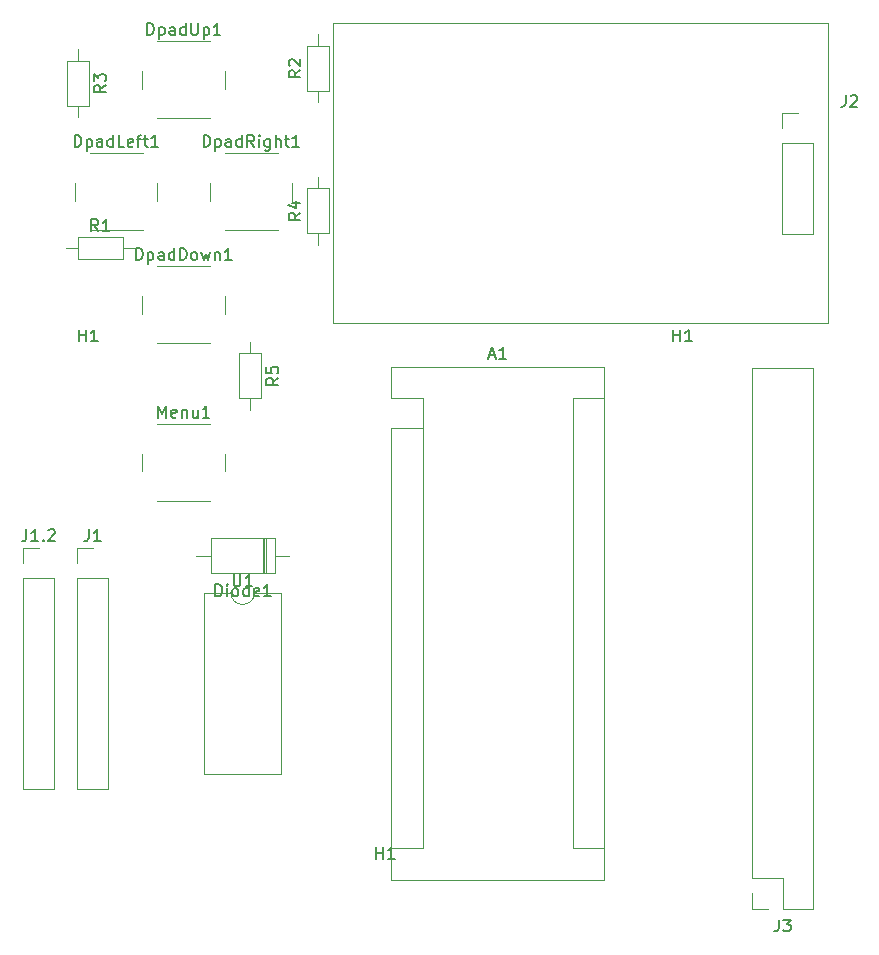
<source format=gbr>
G04 #@! TF.GenerationSoftware,KiCad,Pcbnew,(5.1.5)-3*
G04 #@! TF.CreationDate,2020-04-28T03:57:39+03:00*
G04 #@! TF.ProjectId,arduino-fanatec-pcb,61726475-696e-46f2-9d66-616e61746563,rev?*
G04 #@! TF.SameCoordinates,Original*
G04 #@! TF.FileFunction,Legend,Top*
G04 #@! TF.FilePolarity,Positive*
%FSLAX46Y46*%
G04 Gerber Fmt 4.6, Leading zero omitted, Abs format (unit mm)*
G04 Created by KiCad (PCBNEW (5.1.5)-3) date 2020-04-28 03:57:39*
%MOMM*%
%LPD*%
G04 APERTURE LIST*
%ADD10C,0.120000*%
%ADD11C,0.150000*%
G04 APERTURE END LIST*
D10*
X80010000Y-62230000D02*
X121920000Y-62230000D01*
X80010000Y-36830000D02*
X80010000Y-62230000D01*
X121920000Y-36830000D02*
X80010000Y-36830000D01*
X121920000Y-62230000D02*
X121920000Y-36830000D01*
X103000000Y-65910000D02*
X84960000Y-65910000D01*
X103000000Y-109350000D02*
X103000000Y-65910000D01*
X84960000Y-109350000D02*
X103000000Y-109350000D01*
X87630000Y-106680000D02*
X84960000Y-106680000D01*
X87630000Y-71120000D02*
X87630000Y-106680000D01*
X87630000Y-71120000D02*
X84960000Y-71120000D01*
X100330000Y-106680000D02*
X103000000Y-106680000D01*
X100330000Y-68580000D02*
X100330000Y-106680000D01*
X100330000Y-68580000D02*
X103000000Y-68580000D01*
X84960000Y-65910000D02*
X84960000Y-68580000D01*
X84960000Y-71120000D02*
X84960000Y-109350000D01*
X87630000Y-68580000D02*
X84960000Y-68580000D01*
X87630000Y-71120000D02*
X87630000Y-68580000D01*
X120710000Y-111820000D02*
X118110000Y-111820000D01*
X120710000Y-111820000D02*
X120710000Y-65980000D01*
X120710000Y-65980000D02*
X115510000Y-65980000D01*
X115510000Y-109220000D02*
X115510000Y-65980000D01*
X118110000Y-109220000D02*
X115510000Y-109220000D01*
X118110000Y-111820000D02*
X118110000Y-109220000D01*
X115510000Y-111820000D02*
X115510000Y-110490000D01*
X116840000Y-111820000D02*
X115510000Y-111820000D01*
X75625000Y-85030000D02*
X73390000Y-85030000D01*
X75625000Y-100390000D02*
X75625000Y-85030000D01*
X69155000Y-100390000D02*
X75625000Y-100390000D01*
X69155000Y-85030000D02*
X69155000Y-100390000D01*
X71390000Y-85030000D02*
X69155000Y-85030000D01*
X73390000Y-85030000D02*
G75*
G02X71390000Y-85030000I-1000000J0D01*
G01*
X53788000Y-81220000D02*
X55118000Y-81220000D01*
X53788000Y-82550000D02*
X53788000Y-81220000D01*
X53788000Y-83820000D02*
X56448000Y-83820000D01*
X56448000Y-83820000D02*
X56448000Y-101660000D01*
X53788000Y-83820000D02*
X53788000Y-101660000D01*
X53788000Y-101660000D02*
X56448000Y-101660000D01*
X58405000Y-54960000D02*
X58405000Y-56800000D01*
X58405000Y-56800000D02*
X62245000Y-56800000D01*
X62245000Y-56800000D02*
X62245000Y-54960000D01*
X62245000Y-54960000D02*
X58405000Y-54960000D01*
X57455000Y-55880000D02*
X58405000Y-55880000D01*
X63195000Y-55880000D02*
X62245000Y-55880000D01*
X73025000Y-69545000D02*
X73025000Y-68595000D01*
X73025000Y-63805000D02*
X73025000Y-64755000D01*
X73945000Y-68595000D02*
X73945000Y-64755000D01*
X72105000Y-68595000D02*
X73945000Y-68595000D01*
X72105000Y-64755000D02*
X72105000Y-68595000D01*
X73945000Y-64755000D02*
X72105000Y-64755000D01*
X78740000Y-49835000D02*
X78740000Y-50785000D01*
X78740000Y-55575000D02*
X78740000Y-54625000D01*
X77820000Y-50785000D02*
X77820000Y-54625000D01*
X79660000Y-50785000D02*
X77820000Y-50785000D01*
X79660000Y-54625000D02*
X79660000Y-50785000D01*
X77820000Y-54625000D02*
X79660000Y-54625000D01*
X58420000Y-44780000D02*
X58420000Y-43830000D01*
X58420000Y-39040000D02*
X58420000Y-39990000D01*
X59340000Y-43830000D02*
X59340000Y-39990000D01*
X57500000Y-43830000D02*
X59340000Y-43830000D01*
X57500000Y-39990000D02*
X57500000Y-43830000D01*
X59340000Y-39990000D02*
X57500000Y-39990000D01*
X78740000Y-37770000D02*
X78740000Y-38720000D01*
X78740000Y-43510000D02*
X78740000Y-42560000D01*
X77820000Y-38720000D02*
X77820000Y-42560000D01*
X79660000Y-38720000D02*
X77820000Y-38720000D01*
X79660000Y-42560000D02*
X79660000Y-38720000D01*
X77820000Y-42560000D02*
X79660000Y-42560000D01*
X70885000Y-74755000D02*
X70885000Y-73255000D01*
X69635000Y-70755000D02*
X65135000Y-70755000D01*
X63885000Y-73255000D02*
X63885000Y-74755000D01*
X65135000Y-77255000D02*
X69635000Y-77255000D01*
X70885000Y-61420000D02*
X70885000Y-59920000D01*
X69635000Y-57420000D02*
X65135000Y-57420000D01*
X63885000Y-59920000D02*
X63885000Y-61420000D01*
X65135000Y-63920000D02*
X69635000Y-63920000D01*
X76600000Y-51840000D02*
X76600000Y-50340000D01*
X75350000Y-47840000D02*
X70850000Y-47840000D01*
X69600000Y-50340000D02*
X69600000Y-51840000D01*
X70850000Y-54340000D02*
X75350000Y-54340000D01*
X65170000Y-51840000D02*
X65170000Y-50340000D01*
X63920000Y-47840000D02*
X59420000Y-47840000D01*
X58170000Y-50340000D02*
X58170000Y-51840000D01*
X59420000Y-54340000D02*
X63920000Y-54340000D01*
X70885000Y-42370000D02*
X70885000Y-40870000D01*
X69635000Y-38370000D02*
X65135000Y-38370000D01*
X63885000Y-40870000D02*
X63885000Y-42370000D01*
X65135000Y-44870000D02*
X69635000Y-44870000D01*
X118050000Y-44390000D02*
X119380000Y-44390000D01*
X118050000Y-45720000D02*
X118050000Y-44390000D01*
X118050000Y-46990000D02*
X120710000Y-46990000D01*
X120710000Y-46990000D02*
X120710000Y-54670000D01*
X118050000Y-46990000D02*
X118050000Y-54670000D01*
X118050000Y-54670000D02*
X120710000Y-54670000D01*
X74330000Y-83385000D02*
X74330000Y-80445000D01*
X74090000Y-83385000D02*
X74090000Y-80445000D01*
X74210000Y-83385000D02*
X74210000Y-80445000D01*
X68450000Y-81915000D02*
X69670000Y-81915000D01*
X76330000Y-81915000D02*
X75110000Y-81915000D01*
X69670000Y-83385000D02*
X75110000Y-83385000D01*
X69670000Y-80445000D02*
X69670000Y-83385000D01*
X75110000Y-80445000D02*
X69670000Y-80445000D01*
X75110000Y-83385000D02*
X75110000Y-80445000D01*
X58360000Y-81220000D02*
X59690000Y-81220000D01*
X58360000Y-82550000D02*
X58360000Y-81220000D01*
X58360000Y-83820000D02*
X61020000Y-83820000D01*
X61020000Y-83820000D02*
X61020000Y-101660000D01*
X58360000Y-83820000D02*
X58360000Y-101660000D01*
X58360000Y-101660000D02*
X61020000Y-101660000D01*
D11*
X93265714Y-64936666D02*
X93741904Y-64936666D01*
X93170476Y-65222380D02*
X93503809Y-64222380D01*
X93837142Y-65222380D01*
X94694285Y-65222380D02*
X94122857Y-65222380D01*
X94408571Y-65222380D02*
X94408571Y-64222380D01*
X94313333Y-64365238D01*
X94218095Y-64460476D01*
X94122857Y-64508095D01*
X117776666Y-112712380D02*
X117776666Y-113426666D01*
X117729047Y-113569523D01*
X117633809Y-113664761D01*
X117490952Y-113712380D01*
X117395714Y-113712380D01*
X118157619Y-112712380D02*
X118776666Y-112712380D01*
X118443333Y-113093333D01*
X118586190Y-113093333D01*
X118681428Y-113140952D01*
X118729047Y-113188571D01*
X118776666Y-113283809D01*
X118776666Y-113521904D01*
X118729047Y-113617142D01*
X118681428Y-113664761D01*
X118586190Y-113712380D01*
X118300476Y-113712380D01*
X118205238Y-113664761D01*
X118157619Y-113617142D01*
X71628095Y-83482380D02*
X71628095Y-84291904D01*
X71675714Y-84387142D01*
X71723333Y-84434761D01*
X71818571Y-84482380D01*
X72009047Y-84482380D01*
X72104285Y-84434761D01*
X72151904Y-84387142D01*
X72199523Y-84291904D01*
X72199523Y-83482380D01*
X73199523Y-84482380D02*
X72628095Y-84482380D01*
X72913809Y-84482380D02*
X72913809Y-83482380D01*
X72818571Y-83625238D01*
X72723333Y-83720476D01*
X72628095Y-83768095D01*
X54070380Y-79672380D02*
X54070380Y-80386666D01*
X54022761Y-80529523D01*
X53927523Y-80624761D01*
X53784666Y-80672380D01*
X53689428Y-80672380D01*
X55070380Y-80672380D02*
X54498952Y-80672380D01*
X54784666Y-80672380D02*
X54784666Y-79672380D01*
X54689428Y-79815238D01*
X54594190Y-79910476D01*
X54498952Y-79958095D01*
X55498952Y-80577142D02*
X55546571Y-80624761D01*
X55498952Y-80672380D01*
X55451333Y-80624761D01*
X55498952Y-80577142D01*
X55498952Y-80672380D01*
X55927523Y-79767619D02*
X55975142Y-79720000D01*
X56070380Y-79672380D01*
X56308476Y-79672380D01*
X56403714Y-79720000D01*
X56451333Y-79767619D01*
X56498952Y-79862857D01*
X56498952Y-79958095D01*
X56451333Y-80100952D01*
X55879904Y-80672380D01*
X56498952Y-80672380D01*
X83693095Y-107577380D02*
X83693095Y-106577380D01*
X83693095Y-107053571D02*
X84264523Y-107053571D01*
X84264523Y-107577380D02*
X84264523Y-106577380D01*
X85264523Y-107577380D02*
X84693095Y-107577380D01*
X84978809Y-107577380D02*
X84978809Y-106577380D01*
X84883571Y-106720238D01*
X84788333Y-106815476D01*
X84693095Y-106863095D01*
X60158333Y-54412380D02*
X59825000Y-53936190D01*
X59586904Y-54412380D02*
X59586904Y-53412380D01*
X59967857Y-53412380D01*
X60063095Y-53460000D01*
X60110714Y-53507619D01*
X60158333Y-53602857D01*
X60158333Y-53745714D01*
X60110714Y-53840952D01*
X60063095Y-53888571D01*
X59967857Y-53936190D01*
X59586904Y-53936190D01*
X61110714Y-54412380D02*
X60539285Y-54412380D01*
X60825000Y-54412380D02*
X60825000Y-53412380D01*
X60729761Y-53555238D01*
X60634523Y-53650476D01*
X60539285Y-53698095D01*
X75397380Y-66841666D02*
X74921190Y-67175000D01*
X75397380Y-67413095D02*
X74397380Y-67413095D01*
X74397380Y-67032142D01*
X74445000Y-66936904D01*
X74492619Y-66889285D01*
X74587857Y-66841666D01*
X74730714Y-66841666D01*
X74825952Y-66889285D01*
X74873571Y-66936904D01*
X74921190Y-67032142D01*
X74921190Y-67413095D01*
X74397380Y-65936904D02*
X74397380Y-66413095D01*
X74873571Y-66460714D01*
X74825952Y-66413095D01*
X74778333Y-66317857D01*
X74778333Y-66079761D01*
X74825952Y-65984523D01*
X74873571Y-65936904D01*
X74968809Y-65889285D01*
X75206904Y-65889285D01*
X75302142Y-65936904D01*
X75349761Y-65984523D01*
X75397380Y-66079761D01*
X75397380Y-66317857D01*
X75349761Y-66413095D01*
X75302142Y-66460714D01*
X77272380Y-52871666D02*
X76796190Y-53205000D01*
X77272380Y-53443095D02*
X76272380Y-53443095D01*
X76272380Y-53062142D01*
X76320000Y-52966904D01*
X76367619Y-52919285D01*
X76462857Y-52871666D01*
X76605714Y-52871666D01*
X76700952Y-52919285D01*
X76748571Y-52966904D01*
X76796190Y-53062142D01*
X76796190Y-53443095D01*
X76605714Y-52014523D02*
X77272380Y-52014523D01*
X76224761Y-52252619D02*
X76939047Y-52490714D01*
X76939047Y-51871666D01*
X60792380Y-42076666D02*
X60316190Y-42410000D01*
X60792380Y-42648095D02*
X59792380Y-42648095D01*
X59792380Y-42267142D01*
X59840000Y-42171904D01*
X59887619Y-42124285D01*
X59982857Y-42076666D01*
X60125714Y-42076666D01*
X60220952Y-42124285D01*
X60268571Y-42171904D01*
X60316190Y-42267142D01*
X60316190Y-42648095D01*
X59792380Y-41743333D02*
X59792380Y-41124285D01*
X60173333Y-41457619D01*
X60173333Y-41314761D01*
X60220952Y-41219523D01*
X60268571Y-41171904D01*
X60363809Y-41124285D01*
X60601904Y-41124285D01*
X60697142Y-41171904D01*
X60744761Y-41219523D01*
X60792380Y-41314761D01*
X60792380Y-41600476D01*
X60744761Y-41695714D01*
X60697142Y-41743333D01*
X77272380Y-40806666D02*
X76796190Y-41140000D01*
X77272380Y-41378095D02*
X76272380Y-41378095D01*
X76272380Y-40997142D01*
X76320000Y-40901904D01*
X76367619Y-40854285D01*
X76462857Y-40806666D01*
X76605714Y-40806666D01*
X76700952Y-40854285D01*
X76748571Y-40901904D01*
X76796190Y-40997142D01*
X76796190Y-41378095D01*
X76367619Y-40425714D02*
X76320000Y-40378095D01*
X76272380Y-40282857D01*
X76272380Y-40044761D01*
X76320000Y-39949523D01*
X76367619Y-39901904D01*
X76462857Y-39854285D01*
X76558095Y-39854285D01*
X76700952Y-39901904D01*
X77272380Y-40473333D01*
X77272380Y-39854285D01*
X65242142Y-70207380D02*
X65242142Y-69207380D01*
X65575476Y-69921666D01*
X65908809Y-69207380D01*
X65908809Y-70207380D01*
X66765952Y-70159761D02*
X66670714Y-70207380D01*
X66480238Y-70207380D01*
X66385000Y-70159761D01*
X66337380Y-70064523D01*
X66337380Y-69683571D01*
X66385000Y-69588333D01*
X66480238Y-69540714D01*
X66670714Y-69540714D01*
X66765952Y-69588333D01*
X66813571Y-69683571D01*
X66813571Y-69778809D01*
X66337380Y-69874047D01*
X67242142Y-69540714D02*
X67242142Y-70207380D01*
X67242142Y-69635952D02*
X67289761Y-69588333D01*
X67385000Y-69540714D01*
X67527857Y-69540714D01*
X67623095Y-69588333D01*
X67670714Y-69683571D01*
X67670714Y-70207380D01*
X68575476Y-69540714D02*
X68575476Y-70207380D01*
X68146904Y-69540714D02*
X68146904Y-70064523D01*
X68194523Y-70159761D01*
X68289761Y-70207380D01*
X68432619Y-70207380D01*
X68527857Y-70159761D01*
X68575476Y-70112142D01*
X69575476Y-70207380D02*
X69004047Y-70207380D01*
X69289761Y-70207380D02*
X69289761Y-69207380D01*
X69194523Y-69350238D01*
X69099285Y-69445476D01*
X69004047Y-69493095D01*
X63361190Y-56872380D02*
X63361190Y-55872380D01*
X63599285Y-55872380D01*
X63742142Y-55920000D01*
X63837380Y-56015238D01*
X63885000Y-56110476D01*
X63932619Y-56300952D01*
X63932619Y-56443809D01*
X63885000Y-56634285D01*
X63837380Y-56729523D01*
X63742142Y-56824761D01*
X63599285Y-56872380D01*
X63361190Y-56872380D01*
X64361190Y-56205714D02*
X64361190Y-57205714D01*
X64361190Y-56253333D02*
X64456428Y-56205714D01*
X64646904Y-56205714D01*
X64742142Y-56253333D01*
X64789761Y-56300952D01*
X64837380Y-56396190D01*
X64837380Y-56681904D01*
X64789761Y-56777142D01*
X64742142Y-56824761D01*
X64646904Y-56872380D01*
X64456428Y-56872380D01*
X64361190Y-56824761D01*
X65694523Y-56872380D02*
X65694523Y-56348571D01*
X65646904Y-56253333D01*
X65551666Y-56205714D01*
X65361190Y-56205714D01*
X65265952Y-56253333D01*
X65694523Y-56824761D02*
X65599285Y-56872380D01*
X65361190Y-56872380D01*
X65265952Y-56824761D01*
X65218333Y-56729523D01*
X65218333Y-56634285D01*
X65265952Y-56539047D01*
X65361190Y-56491428D01*
X65599285Y-56491428D01*
X65694523Y-56443809D01*
X66599285Y-56872380D02*
X66599285Y-55872380D01*
X66599285Y-56824761D02*
X66504047Y-56872380D01*
X66313571Y-56872380D01*
X66218333Y-56824761D01*
X66170714Y-56777142D01*
X66123095Y-56681904D01*
X66123095Y-56396190D01*
X66170714Y-56300952D01*
X66218333Y-56253333D01*
X66313571Y-56205714D01*
X66504047Y-56205714D01*
X66599285Y-56253333D01*
X67075476Y-56872380D02*
X67075476Y-55872380D01*
X67313571Y-55872380D01*
X67456428Y-55920000D01*
X67551666Y-56015238D01*
X67599285Y-56110476D01*
X67646904Y-56300952D01*
X67646904Y-56443809D01*
X67599285Y-56634285D01*
X67551666Y-56729523D01*
X67456428Y-56824761D01*
X67313571Y-56872380D01*
X67075476Y-56872380D01*
X68218333Y-56872380D02*
X68123095Y-56824761D01*
X68075476Y-56777142D01*
X68027857Y-56681904D01*
X68027857Y-56396190D01*
X68075476Y-56300952D01*
X68123095Y-56253333D01*
X68218333Y-56205714D01*
X68361190Y-56205714D01*
X68456428Y-56253333D01*
X68504047Y-56300952D01*
X68551666Y-56396190D01*
X68551666Y-56681904D01*
X68504047Y-56777142D01*
X68456428Y-56824761D01*
X68361190Y-56872380D01*
X68218333Y-56872380D01*
X68885000Y-56205714D02*
X69075476Y-56872380D01*
X69265952Y-56396190D01*
X69456428Y-56872380D01*
X69646904Y-56205714D01*
X70027857Y-56205714D02*
X70027857Y-56872380D01*
X70027857Y-56300952D02*
X70075476Y-56253333D01*
X70170714Y-56205714D01*
X70313571Y-56205714D01*
X70408809Y-56253333D01*
X70456428Y-56348571D01*
X70456428Y-56872380D01*
X71456428Y-56872380D02*
X70885000Y-56872380D01*
X71170714Y-56872380D02*
X71170714Y-55872380D01*
X71075476Y-56015238D01*
X70980238Y-56110476D01*
X70885000Y-56158095D01*
X69076190Y-47292380D02*
X69076190Y-46292380D01*
X69314285Y-46292380D01*
X69457142Y-46340000D01*
X69552380Y-46435238D01*
X69600000Y-46530476D01*
X69647619Y-46720952D01*
X69647619Y-46863809D01*
X69600000Y-47054285D01*
X69552380Y-47149523D01*
X69457142Y-47244761D01*
X69314285Y-47292380D01*
X69076190Y-47292380D01*
X70076190Y-46625714D02*
X70076190Y-47625714D01*
X70076190Y-46673333D02*
X70171428Y-46625714D01*
X70361904Y-46625714D01*
X70457142Y-46673333D01*
X70504761Y-46720952D01*
X70552380Y-46816190D01*
X70552380Y-47101904D01*
X70504761Y-47197142D01*
X70457142Y-47244761D01*
X70361904Y-47292380D01*
X70171428Y-47292380D01*
X70076190Y-47244761D01*
X71409523Y-47292380D02*
X71409523Y-46768571D01*
X71361904Y-46673333D01*
X71266666Y-46625714D01*
X71076190Y-46625714D01*
X70980952Y-46673333D01*
X71409523Y-47244761D02*
X71314285Y-47292380D01*
X71076190Y-47292380D01*
X70980952Y-47244761D01*
X70933333Y-47149523D01*
X70933333Y-47054285D01*
X70980952Y-46959047D01*
X71076190Y-46911428D01*
X71314285Y-46911428D01*
X71409523Y-46863809D01*
X72314285Y-47292380D02*
X72314285Y-46292380D01*
X72314285Y-47244761D02*
X72219047Y-47292380D01*
X72028571Y-47292380D01*
X71933333Y-47244761D01*
X71885714Y-47197142D01*
X71838095Y-47101904D01*
X71838095Y-46816190D01*
X71885714Y-46720952D01*
X71933333Y-46673333D01*
X72028571Y-46625714D01*
X72219047Y-46625714D01*
X72314285Y-46673333D01*
X73361904Y-47292380D02*
X73028571Y-46816190D01*
X72790476Y-47292380D02*
X72790476Y-46292380D01*
X73171428Y-46292380D01*
X73266666Y-46340000D01*
X73314285Y-46387619D01*
X73361904Y-46482857D01*
X73361904Y-46625714D01*
X73314285Y-46720952D01*
X73266666Y-46768571D01*
X73171428Y-46816190D01*
X72790476Y-46816190D01*
X73790476Y-47292380D02*
X73790476Y-46625714D01*
X73790476Y-46292380D02*
X73742857Y-46340000D01*
X73790476Y-46387619D01*
X73838095Y-46340000D01*
X73790476Y-46292380D01*
X73790476Y-46387619D01*
X74695238Y-46625714D02*
X74695238Y-47435238D01*
X74647619Y-47530476D01*
X74600000Y-47578095D01*
X74504761Y-47625714D01*
X74361904Y-47625714D01*
X74266666Y-47578095D01*
X74695238Y-47244761D02*
X74600000Y-47292380D01*
X74409523Y-47292380D01*
X74314285Y-47244761D01*
X74266666Y-47197142D01*
X74219047Y-47101904D01*
X74219047Y-46816190D01*
X74266666Y-46720952D01*
X74314285Y-46673333D01*
X74409523Y-46625714D01*
X74600000Y-46625714D01*
X74695238Y-46673333D01*
X75171428Y-47292380D02*
X75171428Y-46292380D01*
X75600000Y-47292380D02*
X75600000Y-46768571D01*
X75552380Y-46673333D01*
X75457142Y-46625714D01*
X75314285Y-46625714D01*
X75219047Y-46673333D01*
X75171428Y-46720952D01*
X75933333Y-46625714D02*
X76314285Y-46625714D01*
X76076190Y-46292380D02*
X76076190Y-47149523D01*
X76123809Y-47244761D01*
X76219047Y-47292380D01*
X76314285Y-47292380D01*
X77171428Y-47292380D02*
X76600000Y-47292380D01*
X76885714Y-47292380D02*
X76885714Y-46292380D01*
X76790476Y-46435238D01*
X76695238Y-46530476D01*
X76600000Y-46578095D01*
X58170000Y-47292380D02*
X58170000Y-46292380D01*
X58408095Y-46292380D01*
X58550952Y-46340000D01*
X58646190Y-46435238D01*
X58693809Y-46530476D01*
X58741428Y-46720952D01*
X58741428Y-46863809D01*
X58693809Y-47054285D01*
X58646190Y-47149523D01*
X58550952Y-47244761D01*
X58408095Y-47292380D01*
X58170000Y-47292380D01*
X59170000Y-46625714D02*
X59170000Y-47625714D01*
X59170000Y-46673333D02*
X59265238Y-46625714D01*
X59455714Y-46625714D01*
X59550952Y-46673333D01*
X59598571Y-46720952D01*
X59646190Y-46816190D01*
X59646190Y-47101904D01*
X59598571Y-47197142D01*
X59550952Y-47244761D01*
X59455714Y-47292380D01*
X59265238Y-47292380D01*
X59170000Y-47244761D01*
X60503333Y-47292380D02*
X60503333Y-46768571D01*
X60455714Y-46673333D01*
X60360476Y-46625714D01*
X60170000Y-46625714D01*
X60074761Y-46673333D01*
X60503333Y-47244761D02*
X60408095Y-47292380D01*
X60170000Y-47292380D01*
X60074761Y-47244761D01*
X60027142Y-47149523D01*
X60027142Y-47054285D01*
X60074761Y-46959047D01*
X60170000Y-46911428D01*
X60408095Y-46911428D01*
X60503333Y-46863809D01*
X61408095Y-47292380D02*
X61408095Y-46292380D01*
X61408095Y-47244761D02*
X61312857Y-47292380D01*
X61122380Y-47292380D01*
X61027142Y-47244761D01*
X60979523Y-47197142D01*
X60931904Y-47101904D01*
X60931904Y-46816190D01*
X60979523Y-46720952D01*
X61027142Y-46673333D01*
X61122380Y-46625714D01*
X61312857Y-46625714D01*
X61408095Y-46673333D01*
X62360476Y-47292380D02*
X61884285Y-47292380D01*
X61884285Y-46292380D01*
X63074761Y-47244761D02*
X62979523Y-47292380D01*
X62789047Y-47292380D01*
X62693809Y-47244761D01*
X62646190Y-47149523D01*
X62646190Y-46768571D01*
X62693809Y-46673333D01*
X62789047Y-46625714D01*
X62979523Y-46625714D01*
X63074761Y-46673333D01*
X63122380Y-46768571D01*
X63122380Y-46863809D01*
X62646190Y-46959047D01*
X63408095Y-46625714D02*
X63789047Y-46625714D01*
X63550952Y-47292380D02*
X63550952Y-46435238D01*
X63598571Y-46340000D01*
X63693809Y-46292380D01*
X63789047Y-46292380D01*
X63979523Y-46625714D02*
X64360476Y-46625714D01*
X64122380Y-46292380D02*
X64122380Y-47149523D01*
X64170000Y-47244761D01*
X64265238Y-47292380D01*
X64360476Y-47292380D01*
X65217619Y-47292380D02*
X64646190Y-47292380D01*
X64931904Y-47292380D02*
X64931904Y-46292380D01*
X64836666Y-46435238D01*
X64741428Y-46530476D01*
X64646190Y-46578095D01*
X64313571Y-37822380D02*
X64313571Y-36822380D01*
X64551666Y-36822380D01*
X64694523Y-36870000D01*
X64789761Y-36965238D01*
X64837380Y-37060476D01*
X64885000Y-37250952D01*
X64885000Y-37393809D01*
X64837380Y-37584285D01*
X64789761Y-37679523D01*
X64694523Y-37774761D01*
X64551666Y-37822380D01*
X64313571Y-37822380D01*
X65313571Y-37155714D02*
X65313571Y-38155714D01*
X65313571Y-37203333D02*
X65408809Y-37155714D01*
X65599285Y-37155714D01*
X65694523Y-37203333D01*
X65742142Y-37250952D01*
X65789761Y-37346190D01*
X65789761Y-37631904D01*
X65742142Y-37727142D01*
X65694523Y-37774761D01*
X65599285Y-37822380D01*
X65408809Y-37822380D01*
X65313571Y-37774761D01*
X66646904Y-37822380D02*
X66646904Y-37298571D01*
X66599285Y-37203333D01*
X66504047Y-37155714D01*
X66313571Y-37155714D01*
X66218333Y-37203333D01*
X66646904Y-37774761D02*
X66551666Y-37822380D01*
X66313571Y-37822380D01*
X66218333Y-37774761D01*
X66170714Y-37679523D01*
X66170714Y-37584285D01*
X66218333Y-37489047D01*
X66313571Y-37441428D01*
X66551666Y-37441428D01*
X66646904Y-37393809D01*
X67551666Y-37822380D02*
X67551666Y-36822380D01*
X67551666Y-37774761D02*
X67456428Y-37822380D01*
X67265952Y-37822380D01*
X67170714Y-37774761D01*
X67123095Y-37727142D01*
X67075476Y-37631904D01*
X67075476Y-37346190D01*
X67123095Y-37250952D01*
X67170714Y-37203333D01*
X67265952Y-37155714D01*
X67456428Y-37155714D01*
X67551666Y-37203333D01*
X68027857Y-36822380D02*
X68027857Y-37631904D01*
X68075476Y-37727142D01*
X68123095Y-37774761D01*
X68218333Y-37822380D01*
X68408809Y-37822380D01*
X68504047Y-37774761D01*
X68551666Y-37727142D01*
X68599285Y-37631904D01*
X68599285Y-36822380D01*
X69075476Y-37155714D02*
X69075476Y-38155714D01*
X69075476Y-37203333D02*
X69170714Y-37155714D01*
X69361190Y-37155714D01*
X69456428Y-37203333D01*
X69504047Y-37250952D01*
X69551666Y-37346190D01*
X69551666Y-37631904D01*
X69504047Y-37727142D01*
X69456428Y-37774761D01*
X69361190Y-37822380D01*
X69170714Y-37822380D01*
X69075476Y-37774761D01*
X70504047Y-37822380D02*
X69932619Y-37822380D01*
X70218333Y-37822380D02*
X70218333Y-36822380D01*
X70123095Y-36965238D01*
X70027857Y-37060476D01*
X69932619Y-37108095D01*
X123431666Y-42902380D02*
X123431666Y-43616666D01*
X123384047Y-43759523D01*
X123288809Y-43854761D01*
X123145952Y-43902380D01*
X123050714Y-43902380D01*
X123860238Y-42997619D02*
X123907857Y-42950000D01*
X124003095Y-42902380D01*
X124241190Y-42902380D01*
X124336428Y-42950000D01*
X124384047Y-42997619D01*
X124431666Y-43092857D01*
X124431666Y-43188095D01*
X124384047Y-43330952D01*
X123812619Y-43902380D01*
X124431666Y-43902380D01*
X108858095Y-63762380D02*
X108858095Y-62762380D01*
X108858095Y-63238571D02*
X109429523Y-63238571D01*
X109429523Y-63762380D02*
X109429523Y-62762380D01*
X110429523Y-63762380D02*
X109858095Y-63762380D01*
X110143809Y-63762380D02*
X110143809Y-62762380D01*
X110048571Y-62905238D01*
X109953333Y-63000476D01*
X109858095Y-63048095D01*
X58528095Y-63762380D02*
X58528095Y-62762380D01*
X58528095Y-63238571D02*
X59099523Y-63238571D01*
X59099523Y-63762380D02*
X59099523Y-62762380D01*
X60099523Y-63762380D02*
X59528095Y-63762380D01*
X59813809Y-63762380D02*
X59813809Y-62762380D01*
X59718571Y-62905238D01*
X59623333Y-63000476D01*
X59528095Y-63048095D01*
X70080476Y-85337380D02*
X70080476Y-84337380D01*
X70318571Y-84337380D01*
X70461428Y-84385000D01*
X70556666Y-84480238D01*
X70604285Y-84575476D01*
X70651904Y-84765952D01*
X70651904Y-84908809D01*
X70604285Y-85099285D01*
X70556666Y-85194523D01*
X70461428Y-85289761D01*
X70318571Y-85337380D01*
X70080476Y-85337380D01*
X71080476Y-85337380D02*
X71080476Y-84670714D01*
X71080476Y-84337380D02*
X71032857Y-84385000D01*
X71080476Y-84432619D01*
X71128095Y-84385000D01*
X71080476Y-84337380D01*
X71080476Y-84432619D01*
X71699523Y-85337380D02*
X71604285Y-85289761D01*
X71556666Y-85242142D01*
X71509047Y-85146904D01*
X71509047Y-84861190D01*
X71556666Y-84765952D01*
X71604285Y-84718333D01*
X71699523Y-84670714D01*
X71842380Y-84670714D01*
X71937619Y-84718333D01*
X71985238Y-84765952D01*
X72032857Y-84861190D01*
X72032857Y-85146904D01*
X71985238Y-85242142D01*
X71937619Y-85289761D01*
X71842380Y-85337380D01*
X71699523Y-85337380D01*
X72890000Y-85337380D02*
X72890000Y-84337380D01*
X72890000Y-85289761D02*
X72794761Y-85337380D01*
X72604285Y-85337380D01*
X72509047Y-85289761D01*
X72461428Y-85242142D01*
X72413809Y-85146904D01*
X72413809Y-84861190D01*
X72461428Y-84765952D01*
X72509047Y-84718333D01*
X72604285Y-84670714D01*
X72794761Y-84670714D01*
X72890000Y-84718333D01*
X73747142Y-85289761D02*
X73651904Y-85337380D01*
X73461428Y-85337380D01*
X73366190Y-85289761D01*
X73318571Y-85194523D01*
X73318571Y-84813571D01*
X73366190Y-84718333D01*
X73461428Y-84670714D01*
X73651904Y-84670714D01*
X73747142Y-84718333D01*
X73794761Y-84813571D01*
X73794761Y-84908809D01*
X73318571Y-85004047D01*
X74747142Y-85337380D02*
X74175714Y-85337380D01*
X74461428Y-85337380D02*
X74461428Y-84337380D01*
X74366190Y-84480238D01*
X74270952Y-84575476D01*
X74175714Y-84623095D01*
X59356666Y-79672380D02*
X59356666Y-80386666D01*
X59309047Y-80529523D01*
X59213809Y-80624761D01*
X59070952Y-80672380D01*
X58975714Y-80672380D01*
X60356666Y-80672380D02*
X59785238Y-80672380D01*
X60070952Y-80672380D02*
X60070952Y-79672380D01*
X59975714Y-79815238D01*
X59880476Y-79910476D01*
X59785238Y-79958095D01*
M02*

</source>
